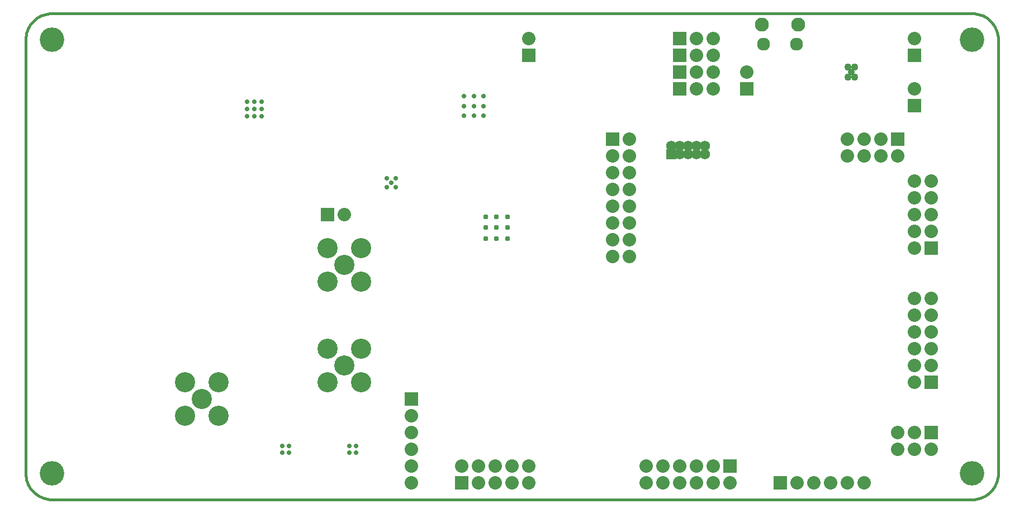
<source format=gbs>
G04 (created by PCBNEW-RS274X (2012-01-19 BZR 3256)-stable) date 21/09/2012 20:47:58*
G01*
G70*
G90*
%MOIN*%
G04 Gerber Fmt 3.4, Leading zero omitted, Abs format*
%FSLAX34Y34*%
G04 APERTURE LIST*
%ADD10C,0.006000*%
%ADD11C,0.015000*%
%ADD12C,0.083000*%
%ADD13C,0.077100*%
%ADD14C,0.043000*%
%ADD15C,0.029200*%
%ADD16C,0.030600*%
%ADD17C,0.029000*%
%ADD18R,0.080000X0.080000*%
%ADD19C,0.080000*%
%ADD20R,0.062000X0.062000*%
%ADD21C,0.062000*%
%ADD22C,0.120000*%
%ADD23C,0.146000*%
G04 APERTURE END LIST*
G54D10*
G54D11*
X26075Y-21500D02*
X80975Y-21500D01*
X26075Y-50500D02*
X80925Y-50500D01*
X24500Y-23075D02*
X24500Y-48925D01*
X82500Y-23075D02*
X82500Y-48925D01*
X82500Y-23075D02*
X82494Y-22938D01*
X82476Y-22802D01*
X82446Y-22668D01*
X82405Y-22537D01*
X82352Y-22410D01*
X82288Y-22288D01*
X82215Y-22172D01*
X82131Y-22063D01*
X82038Y-21962D01*
X81937Y-21869D01*
X81828Y-21785D01*
X81712Y-21712D01*
X81590Y-21648D01*
X81463Y-21595D01*
X81332Y-21554D01*
X81198Y-21524D01*
X81062Y-21506D01*
X80925Y-21500D01*
X80925Y-50500D02*
X81062Y-50494D01*
X81198Y-50476D01*
X81332Y-50446D01*
X81463Y-50405D01*
X81590Y-50352D01*
X81712Y-50288D01*
X81828Y-50215D01*
X81937Y-50131D01*
X82038Y-50038D01*
X82131Y-49937D01*
X82215Y-49828D01*
X82288Y-49712D01*
X82352Y-49590D01*
X82405Y-49463D01*
X82446Y-49332D01*
X82476Y-49198D01*
X82494Y-49062D01*
X82500Y-48925D01*
X24500Y-48925D02*
X24506Y-49062D01*
X24524Y-49198D01*
X24554Y-49332D01*
X24595Y-49463D01*
X24648Y-49590D01*
X24712Y-49712D01*
X24785Y-49828D01*
X24869Y-49937D01*
X24962Y-50038D01*
X25063Y-50131D01*
X25172Y-50215D01*
X25288Y-50288D01*
X25410Y-50352D01*
X25537Y-50405D01*
X25668Y-50446D01*
X25802Y-50476D01*
X25938Y-50494D01*
X26075Y-50500D01*
X26075Y-21500D02*
X25938Y-21506D01*
X25802Y-21524D01*
X25668Y-21554D01*
X25537Y-21595D01*
X25410Y-21648D01*
X25288Y-21712D01*
X25172Y-21785D01*
X25063Y-21869D01*
X24962Y-21962D01*
X24869Y-22063D01*
X24785Y-22172D01*
X24712Y-22288D01*
X24648Y-22410D01*
X24595Y-22537D01*
X24554Y-22668D01*
X24524Y-22802D01*
X24506Y-22938D01*
X24500Y-23075D01*
G54D12*
X70583Y-22169D03*
X68417Y-22169D03*
G54D13*
X70479Y-23339D03*
X68521Y-23339D03*
G54D14*
X73750Y-25000D03*
X73947Y-24705D03*
X73553Y-24705D03*
X73553Y-25295D03*
X73947Y-25295D03*
G54D15*
X44202Y-47702D03*
X43798Y-47702D03*
X43798Y-47298D03*
X44202Y-47298D03*
X40202Y-47702D03*
X39798Y-47702D03*
X39798Y-47298D03*
X40202Y-47298D03*
G54D16*
X52575Y-34275D03*
X52575Y-33625D03*
X53225Y-33625D03*
X53225Y-34275D03*
X53225Y-34925D03*
X52575Y-34925D03*
X51925Y-34925D03*
X51925Y-34275D03*
X51925Y-33625D03*
G54D17*
X51225Y-27025D03*
X51225Y-26431D03*
X51819Y-26431D03*
X51819Y-27025D03*
X51819Y-27619D03*
X51225Y-27619D03*
X50631Y-27619D03*
X50631Y-27025D03*
X50631Y-26431D03*
G54D15*
X38150Y-27200D03*
X37717Y-27200D03*
X37717Y-26767D03*
X38150Y-26767D03*
X38583Y-26767D03*
X38583Y-27200D03*
X38583Y-27633D03*
X38150Y-27633D03*
X37717Y-27633D03*
X46300Y-31600D03*
X46039Y-31339D03*
X46561Y-31339D03*
X46561Y-31861D03*
X46039Y-31861D03*
G54D18*
X59500Y-29000D03*
G54D19*
X60500Y-29000D03*
X59500Y-30000D03*
X60500Y-30000D03*
X59500Y-31000D03*
X60500Y-31000D03*
X59500Y-32000D03*
X60500Y-32000D03*
X59500Y-33000D03*
X60500Y-33000D03*
X59500Y-34000D03*
X60500Y-34000D03*
X59500Y-35000D03*
X60500Y-35000D03*
X59500Y-36000D03*
X60500Y-36000D03*
G54D18*
X66500Y-48500D03*
G54D19*
X66500Y-49500D03*
X65500Y-48500D03*
X65500Y-49500D03*
X64500Y-48500D03*
X64500Y-49500D03*
X63500Y-48500D03*
X63500Y-49500D03*
X62500Y-48500D03*
X62500Y-49500D03*
X61500Y-48500D03*
X61500Y-49500D03*
G54D18*
X78500Y-43500D03*
G54D19*
X77500Y-43500D03*
X78500Y-42500D03*
X77500Y-42500D03*
X78500Y-41500D03*
X77500Y-41500D03*
X78500Y-40500D03*
X77500Y-40500D03*
X78500Y-39500D03*
X77500Y-39500D03*
X78500Y-38500D03*
X77500Y-38500D03*
G54D18*
X78500Y-35500D03*
G54D19*
X77500Y-35500D03*
X78500Y-34500D03*
X77500Y-34500D03*
X78500Y-33500D03*
X77500Y-33500D03*
X78500Y-32500D03*
X77500Y-32500D03*
X78500Y-31500D03*
X77500Y-31500D03*
G54D18*
X50500Y-49500D03*
G54D19*
X50500Y-48500D03*
X51500Y-49500D03*
X51500Y-48500D03*
X52500Y-49500D03*
X52500Y-48500D03*
X53500Y-49500D03*
X53500Y-48500D03*
X54500Y-49500D03*
X54500Y-48500D03*
G54D18*
X76500Y-29000D03*
G54D19*
X76500Y-30000D03*
X75500Y-29000D03*
X75500Y-30000D03*
X74500Y-29000D03*
X74500Y-30000D03*
X73500Y-29000D03*
X73500Y-30000D03*
G54D18*
X78510Y-46500D03*
G54D19*
X78510Y-47500D03*
X77510Y-46500D03*
X77510Y-47500D03*
X76510Y-46500D03*
X76510Y-47500D03*
G54D18*
X69500Y-49500D03*
G54D19*
X70500Y-49500D03*
X71500Y-49500D03*
X72500Y-49500D03*
X73500Y-49500D03*
X74500Y-49500D03*
G54D18*
X47500Y-44500D03*
G54D19*
X47500Y-45500D03*
X47500Y-46500D03*
X47500Y-47500D03*
X47500Y-48500D03*
X47500Y-49500D03*
G54D18*
X63500Y-24000D03*
G54D19*
X64500Y-24000D03*
X65500Y-24000D03*
G54D18*
X63500Y-23000D03*
G54D19*
X64500Y-23000D03*
X65500Y-23000D03*
G54D18*
X63500Y-25000D03*
G54D19*
X64500Y-25000D03*
X65500Y-25000D03*
G54D18*
X63500Y-26000D03*
G54D19*
X64500Y-26000D03*
X65500Y-26000D03*
G54D18*
X67500Y-26000D03*
G54D19*
X67500Y-25000D03*
G54D20*
X63000Y-29900D03*
G54D21*
X63000Y-29400D03*
X63500Y-29900D03*
X63500Y-29400D03*
X64000Y-29900D03*
X64000Y-29400D03*
X64500Y-29900D03*
X64500Y-29400D03*
X65000Y-29900D03*
X65000Y-29400D03*
G54D22*
X43500Y-36500D03*
X42500Y-37500D03*
X44500Y-37500D03*
X44500Y-35500D03*
X42500Y-35500D03*
X35000Y-44500D03*
X36000Y-43500D03*
X34000Y-43500D03*
X34000Y-45500D03*
X36000Y-45500D03*
X43500Y-42500D03*
X42500Y-43500D03*
X44500Y-43500D03*
X44500Y-41500D03*
X42500Y-41500D03*
G54D23*
X26075Y-23075D03*
X26075Y-48925D03*
X80925Y-48925D03*
X80925Y-23075D03*
G54D18*
X54500Y-24000D03*
G54D19*
X54500Y-23000D03*
G54D18*
X77500Y-24000D03*
G54D19*
X77500Y-23000D03*
G54D18*
X77500Y-27000D03*
G54D19*
X77500Y-26000D03*
G54D18*
X42500Y-33500D03*
G54D19*
X43500Y-33500D03*
M02*

</source>
